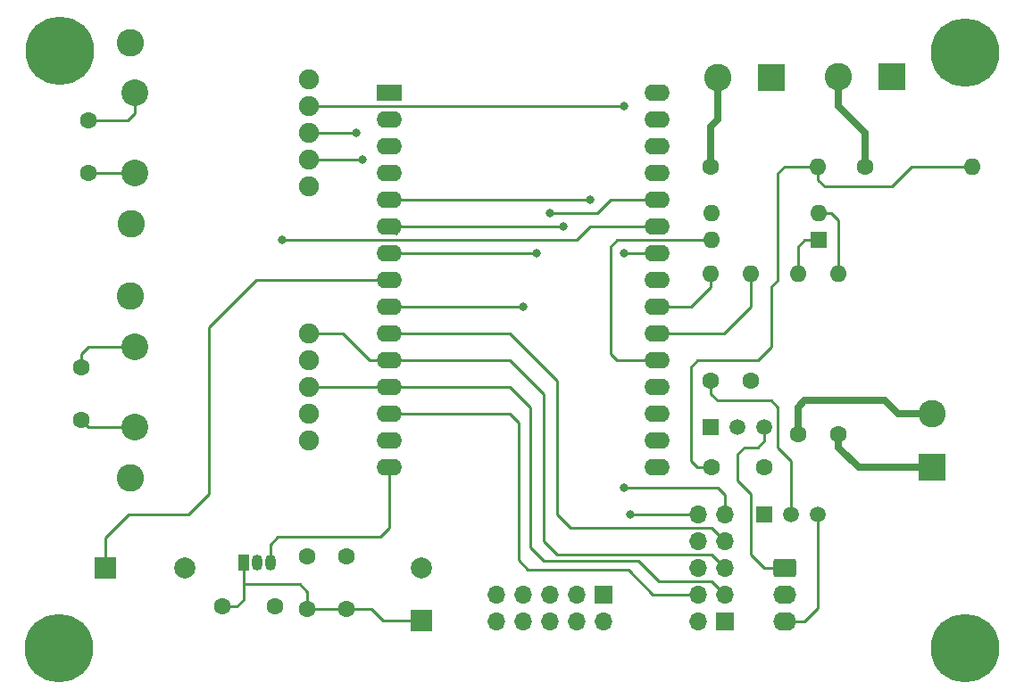
<source format=gbr>
%TF.GenerationSoftware,KiCad,Pcbnew,7.0.7*%
%TF.CreationDate,2023-11-28T10:47:53+01:00*%
%TF.ProjectId,THT_Oven,5448545f-4f76-4656-9e2e-6b696361645f,rev?*%
%TF.SameCoordinates,Original*%
%TF.FileFunction,Copper,L2,Bot*%
%TF.FilePolarity,Positive*%
%FSLAX46Y46*%
G04 Gerber Fmt 4.6, Leading zero omitted, Abs format (unit mm)*
G04 Created by KiCad (PCBNEW 7.0.7) date 2023-11-28 10:47:53*
%MOMM*%
%LPD*%
G01*
G04 APERTURE LIST*
G04 Aperture macros list*
%AMRoundRect*
0 Rectangle with rounded corners*
0 $1 Rounding radius*
0 $2 $3 $4 $5 $6 $7 $8 $9 X,Y pos of 4 corners*
0 Add a 4 corners polygon primitive as box body*
4,1,4,$2,$3,$4,$5,$6,$7,$8,$9,$2,$3,0*
0 Add four circle primitives for the rounded corners*
1,1,$1+$1,$2,$3*
1,1,$1+$1,$4,$5*
1,1,$1+$1,$6,$7*
1,1,$1+$1,$8,$9*
0 Add four rect primitives between the rounded corners*
20,1,$1+$1,$2,$3,$4,$5,0*
20,1,$1+$1,$4,$5,$6,$7,0*
20,1,$1+$1,$6,$7,$8,$9,0*
20,1,$1+$1,$8,$9,$2,$3,0*%
G04 Aperture macros list end*
%TA.AperFunction,ComponentPad*%
%ADD10C,1.600000*%
%TD*%
%TA.AperFunction,ComponentPad*%
%ADD11O,1.600000X1.600000*%
%TD*%
%TA.AperFunction,ComponentPad*%
%ADD12R,1.500000X1.500000*%
%TD*%
%TA.AperFunction,ComponentPad*%
%ADD13C,1.500000*%
%TD*%
%TA.AperFunction,ComponentPad*%
%ADD14R,1.600000X1.600000*%
%TD*%
%TA.AperFunction,ComponentPad*%
%ADD15R,1.700000X1.700000*%
%TD*%
%TA.AperFunction,ComponentPad*%
%ADD16O,1.700000X1.700000*%
%TD*%
%TA.AperFunction,ComponentPad*%
%ADD17R,2.400000X1.600000*%
%TD*%
%TA.AperFunction,ComponentPad*%
%ADD18O,2.400000X1.600000*%
%TD*%
%TA.AperFunction,ComponentPad*%
%ADD19C,1.905000*%
%TD*%
%TA.AperFunction,ComponentPad*%
%ADD20C,2.540000*%
%TD*%
%TA.AperFunction,ComponentPad*%
%ADD21R,2.600000X2.600000*%
%TD*%
%TA.AperFunction,ComponentPad*%
%ADD22C,2.600000*%
%TD*%
%TA.AperFunction,ComponentPad*%
%ADD23R,2.000000X2.000000*%
%TD*%
%TA.AperFunction,ComponentPad*%
%ADD24C,2.000000*%
%TD*%
%TA.AperFunction,ComponentPad*%
%ADD25R,1.050000X1.500000*%
%TD*%
%TA.AperFunction,ComponentPad*%
%ADD26O,1.050000X1.500000*%
%TD*%
%TA.AperFunction,ComponentPad*%
%ADD27RoundRect,0.250000X-0.845000X0.620000X-0.845000X-0.620000X0.845000X-0.620000X0.845000X0.620000X0*%
%TD*%
%TA.AperFunction,ComponentPad*%
%ADD28O,2.190000X1.740000*%
%TD*%
%TA.AperFunction,ViaPad*%
%ADD29C,6.500000*%
%TD*%
%TA.AperFunction,ViaPad*%
%ADD30C,2.600000*%
%TD*%
%TA.AperFunction,ViaPad*%
%ADD31C,0.800000*%
%TD*%
%TA.AperFunction,Conductor*%
%ADD32C,0.250000*%
%TD*%
%TA.AperFunction,Conductor*%
%ADD33C,0.635000*%
%TD*%
G04 APERTURE END LIST*
D10*
%TO.P,C4,1*%
%TO.N,Net-(U5-TC+)*%
X55880000Y-88225000D03*
%TO.P,C4,2*%
%TO.N,Net-(U5-TC-)*%
X55880000Y-83225000D03*
%TD*%
%TO.P,R11,1*%
%TO.N,Net-(J4-Pin_2)*%
X130175000Y-64135000D03*
D11*
%TO.P,R11,2*%
%TO.N,+5V*%
X140335000Y-64135000D03*
%TD*%
D12*
%TO.P,Q2,1,E*%
%TO.N,GND*%
X120650000Y-97155000D03*
D13*
%TO.P,Q2,2,B*%
%TO.N,Net-(Q2-B)*%
X123190000Y-97155000D03*
%TO.P,Q2,3,C*%
%TO.N,Net-(J3-Pin_1)*%
X125730000Y-97155000D03*
%TD*%
D10*
%TO.P,R6,1*%
%TO.N,Net-(J6-Pin_2)*%
X123825000Y-89535000D03*
D11*
%TO.P,R6,2*%
%TO.N,Net-(R6-Pad2)*%
X123825000Y-74295000D03*
%TD*%
D14*
%TO.P,U3,1*%
%TO.N,Net-(R6-Pad2)*%
X125750000Y-71125000D03*
D11*
%TO.P,U3,2*%
%TO.N,Net-(R5-Pad2)*%
X125750000Y-68585000D03*
%TO.P,U3,3*%
%TO.N,GND*%
X115590000Y-68585000D03*
%TO.P,U3,4*%
%TO.N,Net-(U1-D4)*%
X115590000Y-71125000D03*
%TD*%
D15*
%TO.P,J1,1,Pin_1*%
%TO.N,GND*%
X116900000Y-107300000D03*
D16*
%TO.P,J1,2,Pin_2*%
X114360000Y-107300000D03*
%TO.P,J1,3,Pin_3*%
%TO.N,Net-(J1-Pin_3)*%
X116900000Y-104760000D03*
%TO.P,J1,4,Pin_4*%
%TO.N,Net-(J1-Pin_4)*%
X114360000Y-104760000D03*
%TO.P,J1,5,Pin_5*%
%TO.N,Net-(J1-Pin_5)*%
X116900000Y-102220000D03*
%TO.P,J1,6,Pin_6*%
%TO.N,Net-(J1-Pin_6)*%
X114360000Y-102220000D03*
%TO.P,J1,7,Pin_7*%
%TO.N,Net-(J1-Pin_7)*%
X116900000Y-99680000D03*
%TO.P,J1,8,Pin_8*%
%TO.N,Net-(J1-Pin_8)*%
X114360000Y-99680000D03*
%TO.P,J1,9,Pin_9*%
%TO.N,Net-(J1-Pin_9)*%
X116900000Y-97140000D03*
%TO.P,J1,10,Pin_10*%
%TO.N,+5V*%
X114360000Y-97140000D03*
%TD*%
D17*
%TO.P,U1,1,EN*%
%TO.N,unconnected-(U1-EN-Pad1)*%
X85090000Y-57150000D03*
D18*
%TO.P,U1,2,Vp*%
%TO.N,unconnected-(U1-Vp-Pad2)*%
X85090000Y-59690000D03*
%TO.P,U1,3,VN*%
%TO.N,unconnected-(U1-VN-Pad3)*%
X85090000Y-62230000D03*
%TO.P,U1,4,D34*%
%TO.N,unconnected-(U1-D34-Pad4)*%
X85090000Y-64770000D03*
%TO.P,U1,5,D35*%
%TO.N,Net-(J2-Pin_4)*%
X85090000Y-67310000D03*
%TO.P,U1,6,D32*%
%TO.N,Net-(J2-Pin_6)*%
X85090000Y-69850000D03*
%TO.P,U1,7,D33*%
%TO.N,Net-(J2-Pin_8)*%
X85090000Y-72390000D03*
%TO.P,U1,8,D25*%
%TO.N,Net-(BZ1--)*%
X85090000Y-74930000D03*
%TO.P,U1,9,D26*%
%TO.N,Net-(J2-Pin_7)*%
X85090000Y-77470000D03*
%TO.P,U1,10,D27*%
%TO.N,Net-(J1-Pin_7)*%
X85090000Y-80010000D03*
%TO.P,U1,11,D14*%
%TO.N,Net-(J1-Pin_5)*%
X85090000Y-82550000D03*
%TO.P,U1,12,D12*%
%TO.N,Net-(J1-Pin_3)*%
X85090000Y-85090000D03*
%TO.P,U1,13,D13*%
%TO.N,Net-(J1-Pin_4)*%
X85090000Y-87630000D03*
%TO.P,U1,14,GND*%
%TO.N,GND*%
X85090000Y-90170000D03*
%TO.P,U1,15,Vin*%
%TO.N,+5V*%
X85090000Y-92710000D03*
%TO.P,U1,16,3v3*%
%TO.N,unconnected-(U1-3v3-Pad16)*%
X110490000Y-92710000D03*
%TO.P,U1,17,GND*%
%TO.N,GND*%
X110490000Y-90170000D03*
%TO.P,U1,18,D15*%
%TO.N,unconnected-(U1-D15-Pad18)*%
X110490000Y-87630000D03*
%TO.P,U1,19,D2*%
%TO.N,unconnected-(U1-D2-Pad19)*%
X110490000Y-85090000D03*
%TO.P,U1,20,D4*%
%TO.N,Net-(U1-D4)*%
X110490000Y-82550000D03*
%TO.P,U1,21,RX2*%
%TO.N,Net-(U1-RX2)*%
X110490000Y-80010000D03*
%TO.P,U1,22,TX2*%
%TO.N,Net-(U1-TX2)*%
X110490000Y-77470000D03*
%TO.P,U1,23,D5*%
%TO.N,Net-(J1-Pin_9)*%
X110490000Y-74930000D03*
%TO.P,U1,24,D18*%
%TO.N,Net-(U1-D18)*%
X110490000Y-72390000D03*
%TO.P,U1,25,D19*%
%TO.N,Net-(U1-D19)*%
X110490000Y-69850000D03*
%TO.P,U1,26,D21*%
%TO.N,Net-(J2-Pin_5)*%
X110490000Y-67310000D03*
%TO.P,U1,27,RX0*%
%TO.N,unconnected-(U1-RX0-Pad27)*%
X110490000Y-64770000D03*
%TO.P,U1,28,TX0*%
%TO.N,unconnected-(U1-TX0-Pad28)*%
X110490000Y-62230000D03*
%TO.P,U1,29,D22*%
%TO.N,Net-(J1-Pin_6)*%
X110490000Y-59690000D03*
%TO.P,U1,30,D23*%
%TO.N,Net-(J1-Pin_8)*%
X110490000Y-57150000D03*
%TD*%
D19*
%TO.P,U4,1,GND*%
%TO.N,GND*%
X77470000Y-66040000D03*
%TO.P,U4,2,Vcc*%
%TO.N,+3.3V*%
X77470000Y-63500000D03*
%TO.P,U4,3,SO\u002A*%
%TO.N,Net-(J1-Pin_3)*%
X77470000Y-60960000D03*
%TO.P,U4,4,CS*%
%TO.N,Net-(U1-D18)*%
X77470000Y-58420000D03*
%TO.P,U4,5,SCK*%
%TO.N,Net-(J1-Pin_5)*%
X77470000Y-55880000D03*
D20*
%TO.P,U4,6,TC+*%
%TO.N,Net-(U4-TC+)*%
X60960000Y-64770000D03*
%TO.P,U4,7,TC-*%
%TO.N,Net-(U4-TC-)*%
X60960000Y-57150000D03*
%TD*%
D21*
%TO.P,J4,1,Pin_1*%
%TO.N,Net-(J4-Pin_1)*%
X132720000Y-55580000D03*
D22*
%TO.P,J4,2,Pin_2*%
%TO.N,Net-(J4-Pin_2)*%
X127640000Y-55580000D03*
%TD*%
D10*
%TO.P,R5,1*%
%TO.N,Net-(J6-Pin_1)*%
X127635000Y-89535000D03*
D11*
%TO.P,R5,2*%
%TO.N,Net-(R5-Pad2)*%
X127635000Y-74295000D03*
%TD*%
D12*
%TO.P,Q1,1,E*%
%TO.N,GND*%
X115570000Y-88900000D03*
D13*
%TO.P,Q1,2,B*%
%TO.N,Net-(Q1-B)*%
X118110000Y-88900000D03*
%TO.P,Q1,3,C*%
%TO.N,Net-(J5-Pin_1)*%
X120650000Y-88900000D03*
%TD*%
D21*
%TO.P,J6,1,Pin_1*%
%TO.N,Net-(J6-Pin_1)*%
X136525000Y-92715000D03*
D22*
%TO.P,J6,2,Pin_2*%
%TO.N,Net-(J6-Pin_2)*%
X136525000Y-87635000D03*
%TD*%
D10*
%TO.P,C7,1*%
%TO.N,+5V*%
X115610000Y-92710000D03*
%TO.P,C7,2*%
%TO.N,GND*%
X120610000Y-92710000D03*
%TD*%
D23*
%TO.P,BZ1,1,-*%
%TO.N,Net-(BZ1--)*%
X58100000Y-102200000D03*
D24*
%TO.P,BZ1,2,+*%
%TO.N,GND*%
X65700000Y-102200000D03*
%TD*%
D10*
%TO.P,C8,1*%
%TO.N,+3.3V*%
X77300000Y-106100000D03*
%TO.P,C8,2*%
%TO.N,GND*%
X77300000Y-101100000D03*
%TD*%
%TO.P,R9,1*%
%TO.N,Net-(Q2-B)*%
X115570000Y-84455000D03*
D11*
%TO.P,R9,2*%
%TO.N,Net-(U1-TX2)*%
X115570000Y-74295000D03*
%TD*%
D19*
%TO.P,U5,1,GND*%
%TO.N,GND*%
X77470000Y-90170000D03*
%TO.P,U5,2,Vcc*%
%TO.N,+3.3V*%
X77470000Y-87630000D03*
%TO.P,U5,3,SO\u002A*%
%TO.N,Net-(J1-Pin_3)*%
X77470000Y-85090000D03*
%TO.P,U5,4,CS*%
%TO.N,Net-(U1-D19)*%
X77470000Y-82550000D03*
%TO.P,U5,5,SCK*%
%TO.N,Net-(J1-Pin_5)*%
X77470000Y-80010000D03*
D20*
%TO.P,U5,6,TC+*%
%TO.N,Net-(U5-TC+)*%
X60960000Y-88900000D03*
%TO.P,U5,7,TC-*%
%TO.N,Net-(U5-TC-)*%
X60960000Y-81280000D03*
%TD*%
D15*
%TO.P,J2,1,Pin_1*%
%TO.N,GND*%
X105405000Y-104770000D03*
D16*
%TO.P,J2,2,Pin_2*%
X105405000Y-107310000D03*
%TO.P,J2,3,Pin_3*%
%TO.N,unconnected-(J2-Pin_3-Pad3)*%
X102865000Y-104770000D03*
%TO.P,J2,4,Pin_4*%
%TO.N,Net-(J2-Pin_4)*%
X102865000Y-107310000D03*
%TO.P,J2,5,Pin_5*%
%TO.N,Net-(J2-Pin_5)*%
X100325000Y-104770000D03*
%TO.P,J2,6,Pin_6*%
%TO.N,Net-(J2-Pin_6)*%
X100325000Y-107310000D03*
%TO.P,J2,7,Pin_7*%
%TO.N,Net-(J2-Pin_7)*%
X97785000Y-104770000D03*
%TO.P,J2,8,Pin_8*%
%TO.N,Net-(J2-Pin_8)*%
X97785000Y-107310000D03*
%TO.P,J2,9,Pin_9*%
%TO.N,+5V*%
X95245000Y-104770000D03*
%TO.P,J2,10,Pin_10*%
X95245000Y-107310000D03*
%TD*%
D10*
%TO.P,R12,1*%
%TO.N,Net-(Q1-B)*%
X119380000Y-84455000D03*
D11*
%TO.P,R12,2*%
%TO.N,Net-(U1-RX2)*%
X119380000Y-74295000D03*
%TD*%
D10*
%TO.P,C5,1*%
%TO.N,+3.3V*%
X69200000Y-105900000D03*
%TO.P,C5,2*%
%TO.N,GND*%
X74200000Y-105900000D03*
%TD*%
D25*
%TO.P,U2,1,VO*%
%TO.N,+3.3V*%
X71230000Y-101760000D03*
D26*
%TO.P,U2,2,GND*%
%TO.N,GND*%
X72500000Y-101760000D03*
%TO.P,U2,3,VI*%
%TO.N,+5V*%
X73770000Y-101760000D03*
%TD*%
D27*
%TO.P,J5,1,Pin_1*%
%TO.N,Net-(J5-Pin_1)*%
X122555000Y-102235000D03*
D28*
%TO.P,J5,2,Pin_2*%
%TO.N,Net-(J4-Pin_1)*%
X122555000Y-104775000D03*
%TO.P,J5,3,Pin_3*%
%TO.N,Net-(J3-Pin_1)*%
X122555000Y-107315000D03*
%TD*%
D21*
%TO.P,J3,1,Pin_1*%
%TO.N,Net-(J3-Pin_1)*%
X121285000Y-55700000D03*
D22*
%TO.P,J3,2,Pin_2*%
%TO.N,Net-(J3-Pin_2)*%
X116205000Y-55700000D03*
%TD*%
D10*
%TO.P,C6,1*%
%TO.N,+3.3V*%
X81000000Y-106100000D03*
%TO.P,C6,2*%
%TO.N,GND*%
X81000000Y-101100000D03*
%TD*%
%TO.P,R10,1*%
%TO.N,Net-(J3-Pin_2)*%
X115570000Y-64135000D03*
D11*
%TO.P,R10,2*%
%TO.N,+5V*%
X125730000Y-64135000D03*
%TD*%
D23*
%TO.P,C9,1*%
%TO.N,+3.3V*%
X88100000Y-107200000D03*
D24*
%TO.P,C9,2*%
%TO.N,GND*%
X88100000Y-102200000D03*
%TD*%
D10*
%TO.P,C3,1*%
%TO.N,Net-(U4-TC+)*%
X56515000Y-64730000D03*
%TO.P,C3,2*%
%TO.N,Net-(U4-TC-)*%
X56515000Y-59730000D03*
%TD*%
D29*
%TO.N,*%
X139700000Y-109855000D03*
X53700000Y-109855000D03*
X53800000Y-53100000D03*
D30*
X60500000Y-52400000D03*
X60500000Y-76400000D03*
X60500000Y-93700000D03*
D29*
X139700000Y-53340000D03*
D30*
X60600000Y-69600000D03*
D31*
%TO.N,+3.3V*%
X82550000Y-63500000D03*
%TO.N,+5V*%
X107950000Y-97155000D03*
%TO.N,Net-(J1-Pin_3)*%
X81915000Y-60960000D03*
%TO.N,Net-(J1-Pin_9)*%
X107315000Y-94615000D03*
%TO.N,Net-(J2-Pin_4)*%
X104140000Y-67310000D03*
%TO.N,Net-(J2-Pin_5)*%
X100330000Y-68580000D03*
%TO.N,Net-(J2-Pin_6)*%
X101600000Y-69850000D03*
%TO.N,Net-(J2-Pin_7)*%
X97790000Y-77470000D03*
%TO.N,Net-(J2-Pin_8)*%
X99060000Y-72390000D03*
%TO.N,Net-(U1-D18)*%
X107315000Y-58420000D03*
X107315000Y-72390000D03*
%TO.N,Net-(U1-D19)*%
X74930000Y-71120000D03*
%TD*%
D32*
%TO.N,Net-(BZ1--)*%
X67945000Y-95250000D02*
X66040000Y-97155000D01*
X60325000Y-97155000D02*
X58100000Y-99380000D01*
X72415000Y-74930000D02*
X67945000Y-79400000D01*
X58100000Y-99380000D02*
X58100000Y-102200000D01*
X66040000Y-97155000D02*
X60325000Y-97155000D01*
X85090000Y-74930000D02*
X72415000Y-74930000D01*
X67945000Y-79400000D02*
X67945000Y-95250000D01*
%TO.N,Net-(U4-TC+)*%
X56515000Y-64730000D02*
X60920000Y-64730000D01*
X60920000Y-64730000D02*
X60960000Y-64770000D01*
%TO.N,Net-(U4-TC-)*%
X56515000Y-59730000D02*
X60285000Y-59730000D01*
X60960000Y-59055000D02*
X60960000Y-57150000D01*
X60285000Y-59730000D02*
X60960000Y-59055000D01*
%TO.N,Net-(U5-TC+)*%
X55880000Y-88225000D02*
X56515000Y-88860000D01*
X56515000Y-88860000D02*
X56515000Y-88900000D01*
X56515000Y-88900000D02*
X60960000Y-88900000D01*
%TO.N,Net-(U5-TC-)*%
X56515000Y-81280000D02*
X60960000Y-81280000D01*
X55880000Y-81915000D02*
X56515000Y-81280000D01*
X55880000Y-83225000D02*
X55880000Y-81915000D01*
%TO.N,+3.3V*%
X77300000Y-106100000D02*
X77300000Y-104500000D01*
X70600000Y-105900000D02*
X69200000Y-105900000D01*
X81000000Y-106100000D02*
X77300000Y-106100000D01*
X77300000Y-104500000D02*
X76600000Y-103800000D01*
X71230000Y-101760000D02*
X71230000Y-103800000D01*
X77470000Y-63500000D02*
X82550000Y-63500000D01*
X84500000Y-107200000D02*
X88100000Y-107200000D01*
X71230000Y-103800000D02*
X71230000Y-105270000D01*
X76600000Y-103800000D02*
X71230000Y-103800000D01*
X71230000Y-105270000D02*
X70600000Y-105900000D01*
X81000000Y-106100000D02*
X83400000Y-106100000D01*
X83400000Y-106100000D02*
X84500000Y-107200000D01*
%TO.N,+5V*%
X73770000Y-100030000D02*
X73770000Y-101760000D01*
X121285000Y-75565000D02*
X121285000Y-81280000D01*
X122555000Y-64135000D02*
X121920000Y-64770000D01*
X113665000Y-92075000D02*
X114300000Y-92710000D01*
X114360000Y-97140000D02*
X107965000Y-97140000D01*
X114300000Y-82550000D02*
X113665000Y-83185000D01*
X113665000Y-83185000D02*
X113665000Y-92075000D01*
X126365000Y-66040000D02*
X132715000Y-66040000D01*
X134620000Y-64135000D02*
X140335000Y-64135000D01*
X121920000Y-74930000D02*
X121285000Y-75565000D01*
X107950000Y-97155000D02*
X107965000Y-97140000D01*
X125730000Y-64135000D02*
X125730000Y-65405000D01*
X125730000Y-65405000D02*
X126365000Y-66040000D01*
X121920000Y-64770000D02*
X121920000Y-74930000D01*
X120015000Y-82550000D02*
X114300000Y-82550000D01*
X125730000Y-64135000D02*
X122555000Y-64135000D01*
X121285000Y-81280000D02*
X120015000Y-82550000D01*
X85090000Y-92710000D02*
X85090000Y-98425000D01*
X132715000Y-66040000D02*
X134620000Y-64135000D01*
X114300000Y-92710000D02*
X115610000Y-92710000D01*
X85090000Y-98425000D02*
X84215000Y-99300000D01*
X74500000Y-99300000D02*
X73770000Y-100030000D01*
X84215000Y-99300000D02*
X74500000Y-99300000D01*
%TO.N,Net-(J1-Pin_3)*%
X77470000Y-60960000D02*
X81915000Y-60960000D01*
X108700000Y-101600000D02*
X110600000Y-103500000D01*
X98465000Y-87035000D02*
X98425000Y-87075000D01*
X96520000Y-85090000D02*
X98465000Y-87035000D01*
X98425000Y-87075000D02*
X98425000Y-100330000D01*
X110600000Y-103500000D02*
X115640000Y-103500000D01*
X99695000Y-101600000D02*
X108700000Y-101600000D01*
X77470000Y-85090000D02*
X85090000Y-85090000D01*
X98425000Y-100330000D02*
X99695000Y-101600000D01*
X85090000Y-85090000D02*
X96520000Y-85090000D01*
X115640000Y-103500000D02*
X116900000Y-104760000D01*
%TO.N,Net-(J1-Pin_4)*%
X85090000Y-87630000D02*
X96520000Y-87630000D01*
X96520000Y-87630000D02*
X97145000Y-88255000D01*
X107700000Y-102400000D02*
X110060000Y-104760000D01*
X110060000Y-104760000D02*
X114360000Y-104760000D01*
X97300000Y-88410000D02*
X97300000Y-101500000D01*
X97145000Y-88255000D02*
X97300000Y-88410000D01*
X98200000Y-102400000D02*
X107700000Y-102400000D01*
X97300000Y-101500000D02*
X98200000Y-102400000D01*
%TO.N,Net-(J1-Pin_5)*%
X83185000Y-82550000D02*
X85090000Y-82550000D01*
X85090000Y-82550000D02*
X96520000Y-82550000D01*
X115645000Y-100965000D02*
X116900000Y-102220000D01*
X100965000Y-100965000D02*
X115645000Y-100965000D01*
X96520000Y-82550000D02*
X99695000Y-85725000D01*
X99695000Y-99695000D02*
X100965000Y-100965000D01*
X80645000Y-80010000D02*
X83185000Y-82550000D01*
X99695000Y-85725000D02*
X99695000Y-99695000D01*
X77470000Y-80010000D02*
X80645000Y-80010000D01*
%TO.N,Net-(J1-Pin_7)*%
X100965000Y-84455000D02*
X96520000Y-80010000D01*
X96520000Y-80010000D02*
X85090000Y-80010000D01*
X116900000Y-99680000D02*
X115645000Y-98425000D01*
X100965000Y-97155000D02*
X100965000Y-84455000D01*
X102235000Y-98425000D02*
X100965000Y-97155000D01*
X115645000Y-98425000D02*
X102235000Y-98425000D01*
%TO.N,Net-(J1-Pin_9)*%
X116205000Y-94615000D02*
X116900000Y-95310000D01*
X107315000Y-94615000D02*
X116205000Y-94615000D01*
X116900000Y-95310000D02*
X116900000Y-97140000D01*
%TO.N,Net-(J2-Pin_4)*%
X85090000Y-67310000D02*
X104140000Y-67310000D01*
%TO.N,Net-(J2-Pin_5)*%
X104775000Y-68580000D02*
X106045000Y-67310000D01*
X100330000Y-68580000D02*
X104775000Y-68580000D01*
X106045000Y-67310000D02*
X110490000Y-67310000D01*
%TO.N,Net-(J2-Pin_6)*%
X85090000Y-69850000D02*
X101600000Y-69850000D01*
X85090000Y-69850000D02*
X85725000Y-70485000D01*
%TO.N,Net-(J2-Pin_7)*%
X85090000Y-77470000D02*
X97790000Y-77470000D01*
%TO.N,Net-(J2-Pin_8)*%
X99060000Y-72390000D02*
X85090000Y-72390000D01*
%TO.N,Net-(J3-Pin_1)*%
X124460000Y-107315000D02*
X122555000Y-107315000D01*
X125730000Y-106045000D02*
X124460000Y-107315000D01*
X125730000Y-97155000D02*
X125730000Y-106045000D01*
D33*
%TO.N,Net-(J3-Pin_2)*%
X116205000Y-59690000D02*
X116205000Y-56360000D01*
X115570000Y-64135000D02*
X115570000Y-60325000D01*
X115570000Y-60325000D02*
X116205000Y-59690000D01*
X116205000Y-56360000D02*
X116985000Y-55580000D01*
%TO.N,Net-(J4-Pin_2)*%
X130175000Y-60960000D02*
X127635000Y-58420000D01*
X127635000Y-58420000D02*
X127635000Y-55585000D01*
X127635000Y-55585000D02*
X127640000Y-55580000D01*
X130175000Y-64135000D02*
X130175000Y-60960000D01*
D32*
%TO.N,Net-(J5-Pin_1)*%
X120650000Y-90170000D02*
X120650000Y-88900000D01*
X120650000Y-102235000D02*
X119380000Y-100965000D01*
X120015000Y-90805000D02*
X120650000Y-90170000D01*
X119380000Y-100965000D02*
X119380000Y-95250000D01*
X122555000Y-102235000D02*
X120650000Y-102235000D01*
X118745000Y-90805000D02*
X120015000Y-90805000D01*
X118110000Y-91440000D02*
X118745000Y-90805000D01*
X118110000Y-93980000D02*
X118110000Y-91440000D01*
X119380000Y-95250000D02*
X118110000Y-93980000D01*
D33*
%TO.N,Net-(J6-Pin_1)*%
X127635000Y-90805000D02*
X127635000Y-89535000D01*
X136525000Y-92715000D02*
X129545000Y-92715000D01*
X129545000Y-92715000D02*
X127635000Y-90805000D01*
D32*
%TO.N,Net-(Q2-B)*%
X121920000Y-90805000D02*
X123190000Y-92075000D01*
X115570000Y-85725000D02*
X116205000Y-86360000D01*
X123190000Y-92075000D02*
X123190000Y-97155000D01*
X121285000Y-86360000D02*
X121920000Y-86995000D01*
X115570000Y-84455000D02*
X115570000Y-85725000D01*
X116205000Y-86360000D02*
X121285000Y-86360000D01*
X121920000Y-86995000D02*
X121920000Y-90805000D01*
%TO.N,Net-(R5-Pad2)*%
X127635000Y-69215000D02*
X127635000Y-74295000D01*
X127000000Y-68580000D02*
X127635000Y-69215000D01*
X125750000Y-68585000D02*
X126995000Y-68585000D01*
X126995000Y-68585000D02*
X127000000Y-68580000D01*
%TO.N,Net-(R6-Pad2)*%
X123825000Y-71755000D02*
X123825000Y-74295000D01*
X125750000Y-71125000D02*
X124455000Y-71125000D01*
X124455000Y-71125000D02*
X123825000Y-71755000D01*
%TO.N,Net-(U1-TX2)*%
X113665000Y-77470000D02*
X115570000Y-75565000D01*
X110490000Y-77470000D02*
X113665000Y-77470000D01*
X115570000Y-75565000D02*
X115570000Y-74295000D01*
%TO.N,Net-(U1-RX2)*%
X110490000Y-80010000D02*
X116840000Y-80010000D01*
X119380000Y-77470000D02*
X119380000Y-74295000D01*
X116840000Y-80010000D02*
X119380000Y-77470000D01*
%TO.N,Net-(U1-D4)*%
X110490000Y-82550000D02*
X107315000Y-82550000D01*
X106045000Y-81915000D02*
X106680000Y-82550000D01*
X106045000Y-71755000D02*
X106045000Y-81915000D01*
X106675000Y-71125000D02*
X106045000Y-71755000D01*
X114955000Y-71125000D02*
X106680000Y-71125000D01*
X106680000Y-71125000D02*
X106675000Y-71125000D01*
X106680000Y-82550000D02*
X107315000Y-82550000D01*
%TO.N,Net-(U1-D18)*%
X107315000Y-72390000D02*
X110490000Y-72390000D01*
X77470000Y-58420000D02*
X107315000Y-58420000D01*
%TO.N,Net-(U1-D19)*%
X104140000Y-69850000D02*
X110490000Y-69850000D01*
X102870000Y-71120000D02*
X104140000Y-69850000D01*
X74930000Y-71120000D02*
X102870000Y-71120000D01*
D33*
%TO.N,Net-(J6-Pin_2)*%
X124460000Y-86360000D02*
X123825000Y-86995000D01*
X136525000Y-87635000D02*
X133350000Y-87635000D01*
X132075000Y-86360000D02*
X124460000Y-86360000D01*
X133350000Y-87635000D02*
X132075000Y-86360000D01*
X123825000Y-86995000D02*
X123825000Y-89535000D01*
D32*
X134615000Y-87635000D02*
X134620000Y-87630000D01*
%TD*%
M02*

</source>
